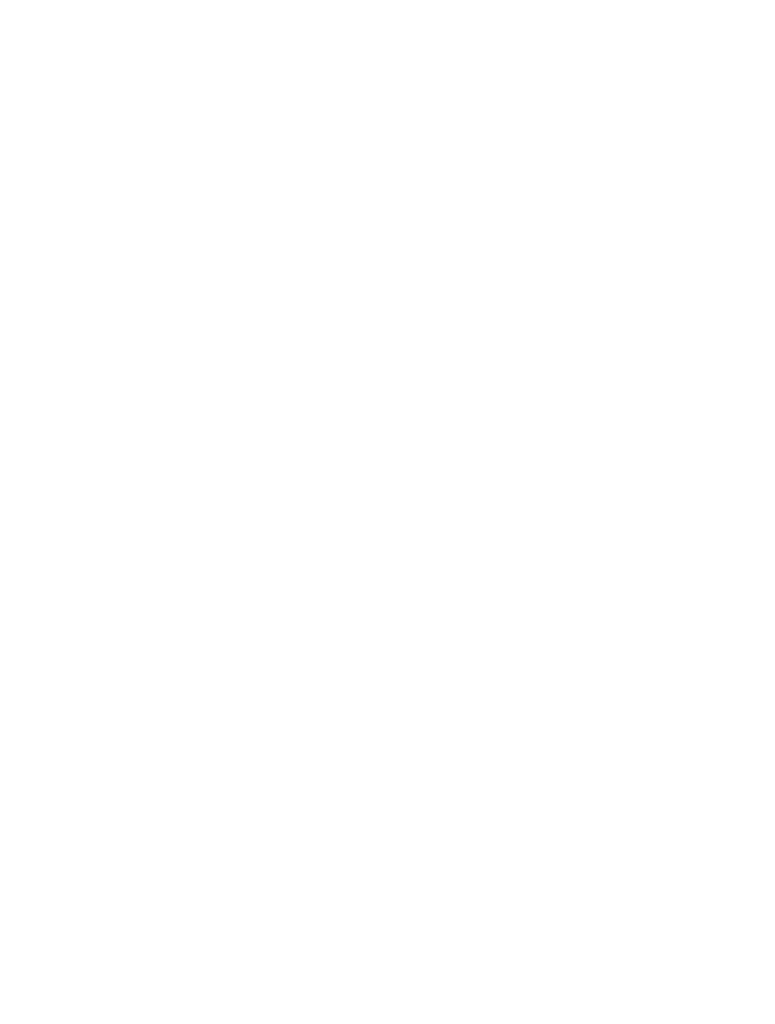
<source format=kicad_pcb>
(kicad_pcb (version 20171130) (host pcbnew "(5.0.1)-4")

  (general
    (thickness 1.6)
    (drawings 10)
    (tracks 0)
    (zones 0)
    (modules 0)
    (nets 1)
  )

  (page A4)
  (layers
    (0 F.Cu signal)
    (31 B.Cu signal)
    (32 B.Adhes user)
    (33 F.Adhes user)
    (34 B.Paste user)
    (35 F.Paste user)
    (36 B.SilkS user)
    (37 F.SilkS user)
    (38 B.Mask user)
    (39 F.Mask user)
    (40 Dwgs.User user)
    (41 Cmts.User user)
    (42 Eco1.User user)
    (43 Eco2.User user)
    (44 Edge.Cuts user)
    (45 Margin user)
    (46 B.CrtYd user)
    (47 F.CrtYd user)
    (48 B.Fab user)
    (49 F.Fab user)
  )

  (setup
    (last_trace_width 0.25)
    (trace_clearance 0.2)
    (zone_clearance 0.508)
    (zone_45_only no)
    (trace_min 0.2)
    (segment_width 0.2)
    (edge_width 0.2)
    (via_size 0.8)
    (via_drill 0.4)
    (via_min_size 0.4)
    (via_min_drill 0.3)
    (uvia_size 0.3)
    (uvia_drill 0.1)
    (uvias_allowed no)
    (uvia_min_size 0.2)
    (uvia_min_drill 0.1)
    (pcb_text_width 0.3)
    (pcb_text_size 1.5 1.5)
    (mod_edge_width 0.15)
    (mod_text_size 1 1)
    (mod_text_width 0.15)
    (pad_size 1.524 1.524)
    (pad_drill 0.762)
    (pad_to_mask_clearance 0.051)
    (solder_mask_min_width 0.25)
    (aux_axis_origin 0 0)
    (visible_elements 7FFFFFFF)
    (pcbplotparams
      (layerselection 0x010fc_ffffffff)
      (usegerberextensions false)
      (usegerberattributes false)
      (usegerberadvancedattributes false)
      (creategerberjobfile false)
      (excludeedgelayer true)
      (linewidth 0.100000)
      (plotframeref false)
      (viasonmask false)
      (mode 1)
      (useauxorigin false)
      (hpglpennumber 1)
      (hpglpenspeed 20)
      (hpglpendiameter 15.000000)
      (psnegative false)
      (psa4output false)
      (plotreference true)
      (plotvalue true)
      (plotinvisibletext false)
      (padsonsilk false)
      (subtractmaskfromsilk false)
      (outputformat 1)
      (mirror false)
      (drillshape 1)
      (scaleselection 1)
      (outputdirectory ""))
  )

  (net 0 "")

  (net_class Default "This is the default net class."
    (clearance 0.2)
    (trace_width 0.25)
    (via_dia 0.8)
    (via_drill 0.4)
    (uvia_dia 0.3)
    (uvia_drill 0.1)
  )

  (gr_line (start 30 0) (end 30 39.65) (layer Eco2.User) (width 0.2))
  (gr_line (start 0 0) (end 30 0) (layer Eco2.User) (width 0.2))
  (gr_circle (center 7.5 36.65) (end 9.162077 36.65) (layer Eco2.User) (width 0.2) (tstamp 5EC88BFC))
  (gr_circle (center 7.5 3) (end 9.162077 3) (layer Eco2.User) (width 0.2))
  (gr_circle (center 15.150781 25.000781) (end 16.750781 25.050781) (layer Eco2.User) (width 0.2))
  (gr_circle (center 24.15 24.9) (end 27.4 24.9) (layer Eco2.User) (width 0.1) (tstamp 5DC778C2))
  (gr_circle (center 6.15 24.9) (end 9.4 24.9) (layer Eco2.User) (width 0.1) (tstamp 5DC77882))
  (gr_circle (center 15.15 13.85) (end 18.4 13.85) (layer Eco2.User) (width 0.2))
  (gr_line (start 0 39.65) (end 30 39.65) (layer Eco2.User) (width 0.2))
  (gr_line (start 0 0) (end 0 39.65) (layer Eco2.User) (width 0.2))

)

</source>
